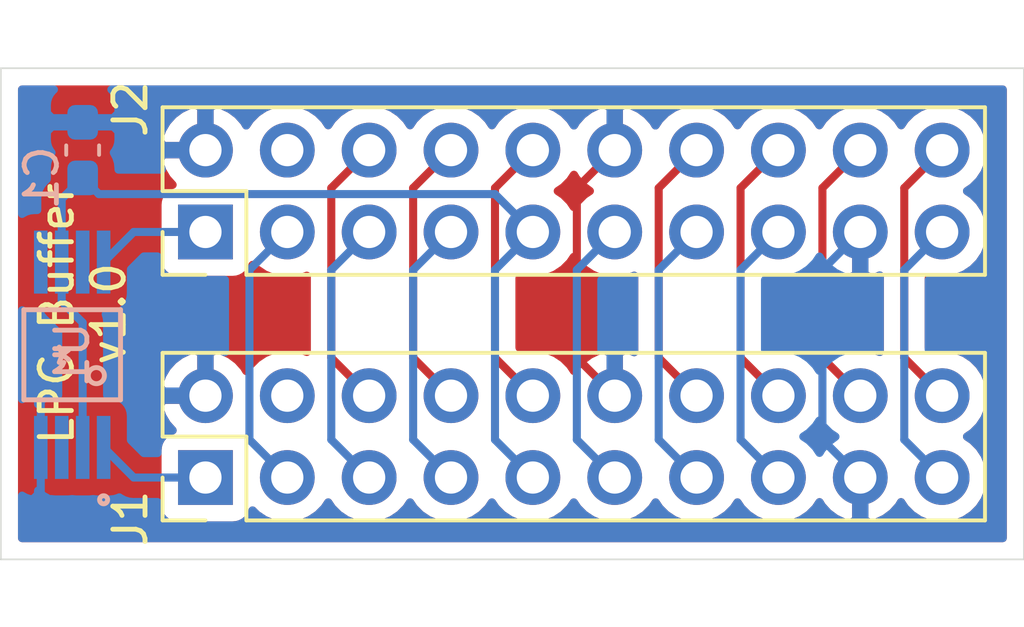
<source format=kicad_pcb>
(kicad_pcb (version 20171130) (host pcbnew 5.1.9)

  (general
    (thickness 1.6)
    (drawings 5)
    (tracks 65)
    (zones 0)
    (modules 4)
    (nets 24)
  )

  (page A4)
  (layers
    (0 F.Cu signal)
    (31 B.Cu signal)
    (32 B.Adhes user)
    (33 F.Adhes user)
    (34 B.Paste user)
    (35 F.Paste user)
    (36 B.SilkS user)
    (37 F.SilkS user)
    (38 B.Mask user)
    (39 F.Mask user)
    (40 Dwgs.User user)
    (41 Cmts.User user)
    (42 Eco1.User user)
    (43 Eco2.User user)
    (44 Edge.Cuts user)
    (45 Margin user)
    (46 B.CrtYd user)
    (47 F.CrtYd user)
    (48 B.Fab user)
    (49 F.Fab user)
  )

  (setup
    (last_trace_width 0.25)
    (trace_clearance 0.2)
    (zone_clearance 0.508)
    (zone_45_only no)
    (trace_min 0.1524)
    (via_size 0.8)
    (via_drill 0.4)
    (via_min_size 0.4)
    (via_min_drill 0.3)
    (uvia_size 0.3)
    (uvia_drill 0.1)
    (uvias_allowed no)
    (uvia_min_size 0.2)
    (uvia_min_drill 0.1)
    (edge_width 0.05)
    (segment_width 0.2)
    (pcb_text_width 0.3)
    (pcb_text_size 1.5 1.5)
    (mod_edge_width 0.12)
    (mod_text_size 1 1)
    (mod_text_width 0.15)
    (pad_size 1.7 1.7)
    (pad_drill 1)
    (pad_to_mask_clearance 0)
    (aux_axis_origin 0 0)
    (visible_elements FFFFFF7F)
    (pcbplotparams
      (layerselection 0x010fc_ffffffff)
      (usegerberextensions false)
      (usegerberattributes true)
      (usegerberadvancedattributes true)
      (creategerberjobfile true)
      (excludeedgelayer true)
      (linewidth 0.100000)
      (plotframeref false)
      (viasonmask false)
      (mode 1)
      (useauxorigin false)
      (hpglpennumber 1)
      (hpglpenspeed 20)
      (hpglpendiameter 15.000000)
      (psnegative false)
      (psa4output false)
      (plotreference true)
      (plotvalue true)
      (plotinvisibletext false)
      (padsonsilk false)
      (subtractmaskfromsilk false)
      (outputformat 1)
      (mirror false)
      (drillshape 0)
      (scaleselection 1)
      (outputdirectory "gerbers"))
  )

  (net 0 "")
  (net 1 GND)
  (net 2 +3V3)
  (net 3 +3.3VP)
  (net 4 /TPM_GPIO0)
  (net 5 /~WINDOW_OPEN~)
  (net 6 /~LPC_CLKRUN~)
  (net 7 /~LPC_SERIRQ~)
  (net 8 /LPC_SDA)
  (net 9 /LPC_SCL)
  (net 10 /LPC_AD0)
  (net 11 /LPC_AD1)
  (net 12 /LPC_AD2)
  (net 13 /LPC_AD3)
  (net 14 "Net-(J1-Pad6)")
  (net 15 /~LPC_RESET~)
  (net 16 "Net-(J1-Pad4)")
  (net 17 /~LPC_FRAME~)
  (net 18 /LPC_CLK)
  (net 19 "Net-(J2-Pad4)")
  (net 20 "Net-(J2-Pad1)")
  (net 21 "Net-(U1-Pad7)")
  (net 22 "Net-(U1-Pad5)")
  (net 23 "Net-(U1-Pad3)")

  (net_class Default "This is the default net class."
    (clearance 0.2)
    (trace_width 0.25)
    (via_dia 0.8)
    (via_drill 0.4)
    (uvia_dia 0.3)
    (uvia_drill 0.1)
    (add_net +3.3VP)
    (add_net +3V3)
    (add_net /LPC_AD0)
    (add_net /LPC_AD1)
    (add_net /LPC_AD2)
    (add_net /LPC_AD3)
    (add_net /LPC_CLK)
    (add_net /LPC_SCL)
    (add_net /LPC_SDA)
    (add_net /TPM_GPIO0)
    (add_net /~LPC_CLKRUN~)
    (add_net /~LPC_FRAME~)
    (add_net /~LPC_RESET~)
    (add_net /~LPC_SERIRQ~)
    (add_net /~WINDOW_OPEN~)
    (add_net GND)
    (add_net "Net-(J1-Pad4)")
    (add_net "Net-(J1-Pad6)")
    (add_net "Net-(J2-Pad1)")
    (add_net "Net-(J2-Pad4)")
    (add_net "Net-(U1-Pad3)")
    (add_net "Net-(U1-Pad5)")
    (add_net "Net-(U1-Pad7)")
  )

  (module Capacitor_SMD:C_0603_1608Metric_Pad1.08x0.95mm_HandSolder (layer B.Cu) (tedit 5F68FEEF) (tstamp 608F4AE2)
    (at 91.44 99.06 90)
    (descr "Capacitor SMD 0603 (1608 Metric), square (rectangular) end terminal, IPC_7351 nominal with elongated pad for handsoldering. (Body size source: IPC-SM-782 page 76, https://www.pcb-3d.com/wordpress/wp-content/uploads/ipc-sm-782a_amendment_1_and_2.pdf), generated with kicad-footprint-generator")
    (tags "capacitor handsolder")
    (path /6094435A)
    (attr smd)
    (fp_text reference C1 (at -0.8625 -1.27 270) (layer B.SilkS)
      (effects (font (size 1 1) (thickness 0.15)) (justify mirror))
    )
    (fp_text value 100nF (at 0 -2.54 90) (layer B.Fab) hide
      (effects (font (size 1 1) (thickness 0.15)) (justify mirror))
    )
    (fp_line (start 1.65 -0.73) (end -1.65 -0.73) (layer B.CrtYd) (width 0.05))
    (fp_line (start 1.65 0.73) (end 1.65 -0.73) (layer B.CrtYd) (width 0.05))
    (fp_line (start -1.65 0.73) (end 1.65 0.73) (layer B.CrtYd) (width 0.05))
    (fp_line (start -1.65 -0.73) (end -1.65 0.73) (layer B.CrtYd) (width 0.05))
    (fp_line (start -0.146267 -0.51) (end 0.146267 -0.51) (layer B.SilkS) (width 0.12))
    (fp_line (start -0.146267 0.51) (end 0.146267 0.51) (layer B.SilkS) (width 0.12))
    (fp_line (start 0.8 -0.4) (end -0.8 -0.4) (layer B.Fab) (width 0.1))
    (fp_line (start 0.8 0.4) (end 0.8 -0.4) (layer B.Fab) (width 0.1))
    (fp_line (start -0.8 0.4) (end 0.8 0.4) (layer B.Fab) (width 0.1))
    (fp_line (start -0.8 -0.4) (end -0.8 0.4) (layer B.Fab) (width 0.1))
    (fp_text user %R (at 0 0 90) (layer B.Fab)
      (effects (font (size 0.4 0.4) (thickness 0.06)) (justify mirror))
    )
    (pad 2 smd roundrect (at 0.8625 0 90) (size 1.075 0.95) (layers B.Cu B.Paste B.Mask) (roundrect_rratio 0.25)
      (net 1 GND))
    (pad 1 smd roundrect (at -0.8625 0 90) (size 1.075 0.95) (layers B.Cu B.Paste B.Mask) (roundrect_rratio 0.25)
      (net 3 +3.3VP))
    (model ${KISYS3DMOD}/Capacitor_SMD.3dshapes/C_0603_1608Metric.wrl
      (at (xyz 0 0 0))
      (scale (xyz 1 1 1))
      (rotate (xyz 0 0 0))
    )
  )

  (module parts:LMK1C1102PWR (layer B.Cu) (tedit 0) (tstamp 608F1FDC)
    (at 91.114999 105.41 90)
    (path /608E3B8E)
    (fp_text reference U1 (at 0 0 270) (layer B.SilkS)
      (effects (font (size 1 1) (thickness 0.15)) (justify mirror))
    )
    (fp_text value LMK1C1102PWR (at 0 0 270) (layer B.SilkS) hide
      (effects (font (size 1 1) (thickness 0.15)) (justify mirror))
    )
    (fp_line (start -2.200001 -1.5) (end -2.200001 1.5) (layer B.Fab) (width 0.1524))
    (fp_line (start -2.200001 -1.5) (end 2.200001 -1.5) (layer B.Fab) (width 0.1524))
    (fp_line (start 2.200001 -1.5) (end 2.200001 1.5) (layer B.Fab) (width 0.1524))
    (fp_line (start -2.200001 1.5) (end 2.200001 1.5) (layer B.Fab) (width 0.1524))
    (fp_line (start -1.397668 -1.5) (end -1.397668 1.5) (layer B.SilkS) (width 0.1524))
    (fp_line (start -1.397668 -1.5) (end 1.397668 -1.5) (layer B.SilkS) (width 0.1524))
    (fp_line (start 1.397668 -1.5) (end 1.397668 1.5) (layer B.SilkS) (width 0.1524))
    (fp_line (start -1.397668 1.5) (end 1.397668 1.5) (layer B.SilkS) (width 0.1524))
    (fp_circle (center -4.500001 0.974999) (end -4.375 0.974999) (layer B.SilkS) (width 0.1524))
    (fp_circle (center -0.647667 0.750001) (end -0.397667 0.750001) (layer B.SilkS) (width 0.1524))
    (fp_text user * (at 0 0 270) (layer B.SilkS)
      (effects (font (size 1 1) (thickness 0.15)) (justify mirror))
    )
    (fp_text user * (at 0 0 270) (layer B.Fab)
      (effects (font (size 1 1) (thickness 0.15)) (justify mirror))
    )
    (fp_text user .Designator (at 0.049985 0.216596 270) (layer B.Fab)
      (effects (font (size 1 1) (thickness 0.15)) (justify mirror))
    )
    (fp_text user Designator9 (at -4.572 3.0226 270) (layer B.SilkS) hide
      (effects (font (size 1 1) (thickness 0.15)) (justify mirror))
    )
    (pad 1 smd rect (at -2.875384 0.974999 90) (size 1.955432 0.420766) (layers B.Cu B.Paste B.Mask)
      (net 18 /LPC_CLK))
    (pad 2 smd rect (at -2.875384 0.325001 90) (size 1.955432 0.420766) (layers B.Cu B.Paste B.Mask)
      (net 3 +3.3VP))
    (pad 3 smd rect (at -2.875384 -0.325001 90) (size 1.955432 0.420766) (layers B.Cu B.Paste B.Mask)
      (net 23 "Net-(U1-Pad3)"))
    (pad 4 smd rect (at -2.875384 -0.974999 90) (size 1.955432 0.420766) (layers B.Cu B.Paste B.Mask)
      (net 1 GND))
    (pad 5 smd rect (at 2.875384 -0.974999 90) (size 1.955432 0.420766) (layers B.Cu B.Paste B.Mask)
      (net 22 "Net-(U1-Pad5)"))
    (pad 6 smd rect (at 2.875384 -0.325001 90) (size 1.955432 0.420766) (layers B.Cu B.Paste B.Mask)
      (net 3 +3.3VP))
    (pad 7 smd rect (at 2.875384 0.325001 90) (size 1.955432 0.420766) (layers B.Cu B.Paste B.Mask)
      (net 21 "Net-(U1-Pad7)"))
    (pad 8 smd rect (at 2.875384 0.974999 90) (size 1.955432 0.420766) (layers B.Cu B.Paste B.Mask)
      (net 20 "Net-(J2-Pad1)"))
  )

  (module Connector_PinHeader_2.54mm:PinHeader_2x10_P2.54mm_Vertical (layer F.Cu) (tedit 59FED5CC) (tstamp 608F1CCC)
    (at 95.25 101.6 90)
    (descr "Through hole straight pin header, 2x10, 2.54mm pitch, double rows")
    (tags "Through hole pin header THT 2x10 2.54mm double row")
    (path /608993DA)
    (fp_text reference J2 (at 3.81 -2.33 90) (layer F.SilkS)
      (effects (font (size 1 1) (thickness 0.15)))
    )
    (fp_text value SBH11-PBPC-D10-ST-BK (at 6.35 6.35 180) (layer F.Fab)
      (effects (font (size 1 1) (thickness 0.15)))
    )
    (fp_line (start 4.35 -1.8) (end -1.8 -1.8) (layer F.CrtYd) (width 0.05))
    (fp_line (start 4.35 24.65) (end 4.35 -1.8) (layer F.CrtYd) (width 0.05))
    (fp_line (start -1.8 24.65) (end 4.35 24.65) (layer F.CrtYd) (width 0.05))
    (fp_line (start -1.8 -1.8) (end -1.8 24.65) (layer F.CrtYd) (width 0.05))
    (fp_line (start -1.33 -1.33) (end 0 -1.33) (layer F.SilkS) (width 0.12))
    (fp_line (start -1.33 0) (end -1.33 -1.33) (layer F.SilkS) (width 0.12))
    (fp_line (start 1.27 -1.33) (end 3.87 -1.33) (layer F.SilkS) (width 0.12))
    (fp_line (start 1.27 1.27) (end 1.27 -1.33) (layer F.SilkS) (width 0.12))
    (fp_line (start -1.33 1.27) (end 1.27 1.27) (layer F.SilkS) (width 0.12))
    (fp_line (start 3.87 -1.33) (end 3.87 24.19) (layer F.SilkS) (width 0.12))
    (fp_line (start -1.33 1.27) (end -1.33 24.19) (layer F.SilkS) (width 0.12))
    (fp_line (start -1.33 24.19) (end 3.87 24.19) (layer F.SilkS) (width 0.12))
    (fp_line (start -1.27 0) (end 0 -1.27) (layer F.Fab) (width 0.1))
    (fp_line (start -1.27 24.13) (end -1.27 0) (layer F.Fab) (width 0.1))
    (fp_line (start 3.81 24.13) (end -1.27 24.13) (layer F.Fab) (width 0.1))
    (fp_line (start 3.81 -1.27) (end 3.81 24.13) (layer F.Fab) (width 0.1))
    (fp_line (start 0 -1.27) (end 3.81 -1.27) (layer F.Fab) (width 0.1))
    (fp_text user %R (at 1.27 11.43) (layer F.Fab)
      (effects (font (size 1 1) (thickness 0.15)))
    )
    (pad 20 thru_hole oval (at 2.54 22.86 90) (size 1.7 1.7) (drill 1) (layers *.Cu *.Mask)
      (net 4 /TPM_GPIO0))
    (pad 19 thru_hole oval (at 0 22.86 90) (size 1.7 1.7) (drill 1) (layers *.Cu *.Mask)
      (net 5 /~WINDOW_OPEN~))
    (pad 18 thru_hole oval (at 2.54 20.32 90) (size 1.7 1.7) (drill 1) (layers *.Cu *.Mask)
      (net 6 /~LPC_CLKRUN~))
    (pad 17 thru_hole oval (at 0 20.32 90) (size 1.7 1.7) (drill 1) (layers *.Cu *.Mask)
      (net 1 GND))
    (pad 16 thru_hole oval (at 2.54 17.78 90) (size 1.7 1.7) (drill 1) (layers *.Cu *.Mask)
      (net 7 /~LPC_SERIRQ~))
    (pad 15 thru_hole oval (at 0 17.78 90) (size 1.7 1.7) (drill 1) (layers *.Cu *.Mask)
      (net 2 +3V3))
    (pad 14 thru_hole oval (at 2.54 15.24 90) (size 1.7 1.7) (drill 1) (layers *.Cu *.Mask)
      (net 8 /LPC_SDA))
    (pad 13 thru_hole oval (at 0 15.24 90) (size 1.7 1.7) (drill 1) (layers *.Cu *.Mask)
      (net 9 /LPC_SCL))
    (pad 12 thru_hole oval (at 2.54 12.7 90) (size 1.7 1.7) (drill 1) (layers *.Cu *.Mask)
      (net 1 GND))
    (pad 11 thru_hole oval (at 0 12.7 90) (size 1.7 1.7) (drill 1) (layers *.Cu *.Mask)
      (net 10 /LPC_AD0))
    (pad 10 thru_hole oval (at 2.54 10.16 90) (size 1.7 1.7) (drill 1) (layers *.Cu *.Mask)
      (net 11 /LPC_AD1))
    (pad 9 thru_hole oval (at 0 10.16 90) (size 1.7 1.7) (drill 1) (layers *.Cu *.Mask)
      (net 3 +3.3VP))
    (pad 8 thru_hole oval (at 2.54 7.62 90) (size 1.7 1.7) (drill 1) (layers *.Cu *.Mask)
      (net 12 /LPC_AD2))
    (pad 7 thru_hole oval (at 0 7.62 90) (size 1.7 1.7) (drill 1) (layers *.Cu *.Mask)
      (net 13 /LPC_AD3))
    (pad 6 thru_hole oval (at 2.54 5.08 90) (size 1.7 1.7) (drill 1) (layers *.Cu *.Mask)
      (net 14 "Net-(J1-Pad6)"))
    (pad 5 thru_hole oval (at 0 5.08 90) (size 1.7 1.7) (drill 1) (layers *.Cu *.Mask)
      (net 15 /~LPC_RESET~))
    (pad 4 thru_hole oval (at 2.54 2.54 90) (size 1.7 1.7) (drill 1) (layers *.Cu *.Mask)
      (net 19 "Net-(J2-Pad4)"))
    (pad 3 thru_hole oval (at 0 2.54 90) (size 1.7 1.7) (drill 1) (layers *.Cu *.Mask)
      (net 17 /~LPC_FRAME~))
    (pad 2 thru_hole oval (at 2.54 0 90) (size 1.7 1.7) (drill 1) (layers *.Cu *.Mask)
      (net 1 GND))
    (pad 1 thru_hole rect (at 0 0 90) (size 1.7 1.7) (drill 1) (layers *.Cu *.Mask)
      (net 20 "Net-(J2-Pad1)"))
    (model ${KISYS3DMOD}/Connector_PinHeader_2.54mm.3dshapes/PinHeader_2x10_P2.54mm_Vertical.wrl
      (at (xyz 0 0 0))
      (scale (xyz 1 1 1))
      (rotate (xyz 0 0 0))
    )
  )

  (module Connector_PinHeader_2.54mm:PinHeader_2x10_P2.54mm_Vertical (layer F.Cu) (tedit 59FED5CC) (tstamp 608F2235)
    (at 95.25 109.22 90)
    (descr "Through hole straight pin header, 2x10, 2.54mm pitch, double rows")
    (tags "Through hole pin header THT 2x10 2.54mm double row")
    (path /608855BC)
    (fp_text reference J1 (at -1.27 -2.33 90) (layer F.SilkS)
      (effects (font (size 1 1) (thickness 0.15)))
    )
    (fp_text value PPPC102LFBN-RC (at -3.81 2.54) (layer F.Fab)
      (effects (font (size 1 1) (thickness 0.15)))
    )
    (fp_line (start 4.35 -1.8) (end -1.8 -1.8) (layer F.CrtYd) (width 0.05))
    (fp_line (start 4.35 24.65) (end 4.35 -1.8) (layer F.CrtYd) (width 0.05))
    (fp_line (start -1.8 24.65) (end 4.35 24.65) (layer F.CrtYd) (width 0.05))
    (fp_line (start -1.8 -1.8) (end -1.8 24.65) (layer F.CrtYd) (width 0.05))
    (fp_line (start -1.33 -1.33) (end 0 -1.33) (layer F.SilkS) (width 0.12))
    (fp_line (start -1.33 0) (end -1.33 -1.33) (layer F.SilkS) (width 0.12))
    (fp_line (start 1.27 -1.33) (end 3.87 -1.33) (layer F.SilkS) (width 0.12))
    (fp_line (start 1.27 1.27) (end 1.27 -1.33) (layer F.SilkS) (width 0.12))
    (fp_line (start -1.33 1.27) (end 1.27 1.27) (layer F.SilkS) (width 0.12))
    (fp_line (start 3.87 -1.33) (end 3.87 24.19) (layer F.SilkS) (width 0.12))
    (fp_line (start -1.33 1.27) (end -1.33 24.19) (layer F.SilkS) (width 0.12))
    (fp_line (start -1.33 24.19) (end 3.87 24.19) (layer F.SilkS) (width 0.12))
    (fp_line (start -1.27 0) (end 0 -1.27) (layer F.Fab) (width 0.1))
    (fp_line (start -1.27 24.13) (end -1.27 0) (layer F.Fab) (width 0.1))
    (fp_line (start 3.81 24.13) (end -1.27 24.13) (layer F.Fab) (width 0.1))
    (fp_line (start 3.81 -1.27) (end 3.81 24.13) (layer F.Fab) (width 0.1))
    (fp_line (start 0 -1.27) (end 3.81 -1.27) (layer F.Fab) (width 0.1))
    (fp_text user %R (at 1.27 11.43) (layer F.Fab)
      (effects (font (size 1 1) (thickness 0.15)))
    )
    (pad 20 thru_hole oval (at 2.54 22.86 90) (size 1.7 1.7) (drill 1) (layers *.Cu *.Mask)
      (net 4 /TPM_GPIO0))
    (pad 19 thru_hole oval (at 0 22.86 90) (size 1.7 1.7) (drill 1) (layers *.Cu *.Mask)
      (net 5 /~WINDOW_OPEN~))
    (pad 18 thru_hole oval (at 2.54 20.32 90) (size 1.7 1.7) (drill 1) (layers *.Cu *.Mask)
      (net 6 /~LPC_CLKRUN~))
    (pad 17 thru_hole oval (at 0 20.32 90) (size 1.7 1.7) (drill 1) (layers *.Cu *.Mask)
      (net 1 GND))
    (pad 16 thru_hole oval (at 2.54 17.78 90) (size 1.7 1.7) (drill 1) (layers *.Cu *.Mask)
      (net 7 /~LPC_SERIRQ~))
    (pad 15 thru_hole oval (at 0 17.78 90) (size 1.7 1.7) (drill 1) (layers *.Cu *.Mask)
      (net 2 +3V3))
    (pad 14 thru_hole oval (at 2.54 15.24 90) (size 1.7 1.7) (drill 1) (layers *.Cu *.Mask)
      (net 8 /LPC_SDA))
    (pad 13 thru_hole oval (at 0 15.24 90) (size 1.7 1.7) (drill 1) (layers *.Cu *.Mask)
      (net 9 /LPC_SCL))
    (pad 12 thru_hole oval (at 2.54 12.7 90) (size 1.7 1.7) (drill 1) (layers *.Cu *.Mask)
      (net 1 GND))
    (pad 11 thru_hole oval (at 0 12.7 90) (size 1.7 1.7) (drill 1) (layers *.Cu *.Mask)
      (net 10 /LPC_AD0))
    (pad 10 thru_hole oval (at 2.54 10.16 90) (size 1.7 1.7) (drill 1) (layers *.Cu *.Mask)
      (net 11 /LPC_AD1))
    (pad 9 thru_hole oval (at 0 10.16 90) (size 1.7 1.7) (drill 1) (layers *.Cu *.Mask)
      (net 3 +3.3VP))
    (pad 8 thru_hole oval (at 2.54 7.62 90) (size 1.7 1.7) (drill 1) (layers *.Cu *.Mask)
      (net 12 /LPC_AD2))
    (pad 7 thru_hole oval (at 0 7.62 90) (size 1.7 1.7) (drill 1) (layers *.Cu *.Mask)
      (net 13 /LPC_AD3))
    (pad 6 thru_hole oval (at 2.54 5.08 90) (size 1.7 1.7) (drill 1) (layers *.Cu *.Mask)
      (net 14 "Net-(J1-Pad6)"))
    (pad 5 thru_hole oval (at 0 5.08 90) (size 1.7 1.7) (drill 1) (layers *.Cu *.Mask)
      (net 15 /~LPC_RESET~))
    (pad 4 thru_hole oval (at 2.54 2.54 90) (size 1.7 1.7) (drill 1) (layers *.Cu *.Mask)
      (net 16 "Net-(J1-Pad4)"))
    (pad 3 thru_hole oval (at 0 2.54 90) (size 1.7 1.7) (drill 1) (layers *.Cu *.Mask)
      (net 17 /~LPC_FRAME~))
    (pad 2 thru_hole oval (at 2.54 0 90) (size 1.7 1.7) (drill 1) (layers *.Cu *.Mask)
      (net 1 GND))
    (pad 1 thru_hole rect (at 0 0 90) (size 1.7 1.7) (drill 1) (layers *.Cu *.Mask)
      (net 18 /LPC_CLK))
    (model ${KISYS3DMOD}/Connector_PinHeader_2.54mm.3dshapes/PinHeader_2x10_P2.54mm_Vertical.wrl
      (at (xyz 0 0 0))
      (scale (xyz 1 1 1))
      (rotate (xyz 0 0 0))
    )
  )

  (gr_text "LPC Buffer\nv1.0" (at 91.44 104.14 90) (layer F.SilkS)
    (effects (font (size 1 1) (thickness 0.15)))
  )
  (gr_line (start 88.9 96.52) (end 88.9 111.76) (layer Edge.Cuts) (width 0.05) (tstamp 6018B60C))
  (gr_line (start 120.65 96.52) (end 88.9 96.52) (layer Edge.Cuts) (width 0.05))
  (gr_line (start 120.65 111.76) (end 120.65 96.52) (layer Edge.Cuts) (width 0.05))
  (gr_line (start 88.9 111.76) (end 120.65 111.76) (layer Edge.Cuts) (width 0.05))

  (segment (start 106.774999 105.504999) (end 107.95 106.68) (width 0.25) (layer F.Cu) (net 1))
  (segment (start 106.774999 100.235001) (end 106.774999 105.504999) (width 0.25) (layer F.Cu) (net 1))
  (segment (start 107.95 99.06) (end 106.774999 100.235001) (width 0.25) (layer F.Cu) (net 1))
  (segment (start 114.394999 108.044999) (end 115.57 109.22) (width 0.25) (layer B.Cu) (net 1))
  (segment (start 114.394999 102.775001) (end 114.394999 108.044999) (width 0.25) (layer B.Cu) (net 1))
  (segment (start 115.57 101.6) (end 114.394999 102.775001) (width 0.25) (layer B.Cu) (net 1))
  (segment (start 90.14 108.285384) (end 90.14 105.44) (width 0.25) (layer B.Cu) (net 1))
  (segment (start 90.14 108.285384) (end 90.14 110.46) (width 0.25) (layer B.Cu) (net 1))
  (segment (start 111.854999 108.044999) (end 113.03 109.22) (width 0.25) (layer B.Cu) (net 2))
  (segment (start 111.854999 102.775001) (end 111.854999 108.044999) (width 0.25) (layer B.Cu) (net 2))
  (segment (start 113.03 101.6) (end 111.854999 102.775001) (width 0.25) (layer B.Cu) (net 2))
  (segment (start 91.44 104.412334) (end 91.44 108.285384) (width 0.25) (layer B.Cu) (net 3))
  (segment (start 90.789998 103.762332) (end 91.44 104.412334) (width 0.25) (layer B.Cu) (net 3))
  (segment (start 90.789998 102.534616) (end 90.789998 103.762332) (width 0.25) (layer B.Cu) (net 3))
  (segment (start 104.234999 108.044999) (end 105.41 109.22) (width 0.25) (layer B.Cu) (net 3))
  (segment (start 104.234999 102.775001) (end 104.234999 108.044999) (width 0.25) (layer B.Cu) (net 3))
  (segment (start 105.41 101.6) (end 104.234999 102.775001) (width 0.25) (layer B.Cu) (net 3))
  (segment (start 90.789998 100.572502) (end 90.789998 102.534616) (width 0.25) (layer B.Cu) (net 3))
  (segment (start 91.44 99.9225) (end 90.789998 100.572502) (width 0.25) (layer B.Cu) (net 3))
  (segment (start 91.942499 100.424999) (end 91.44 99.9225) (width 0.25) (layer B.Cu) (net 3))
  (segment (start 104.234999 100.424999) (end 91.942499 100.424999) (width 0.25) (layer B.Cu) (net 3))
  (segment (start 105.41 101.6) (end 104.234999 100.424999) (width 0.25) (layer B.Cu) (net 3))
  (segment (start 116.934999 105.504999) (end 118.11 106.68) (width 0.25) (layer F.Cu) (net 4))
  (segment (start 116.934999 100.235001) (end 116.934999 105.504999) (width 0.25) (layer F.Cu) (net 4))
  (segment (start 118.11 99.06) (end 116.934999 100.235001) (width 0.25) (layer F.Cu) (net 4))
  (segment (start 116.934999 102.775001) (end 116.934999 108.044999) (width 0.25) (layer B.Cu) (net 5))
  (segment (start 116.934999 108.044999) (end 118.11 109.22) (width 0.25) (layer B.Cu) (net 5))
  (segment (start 118.11 101.6) (end 116.934999 102.775001) (width 0.25) (layer B.Cu) (net 5))
  (segment (start 114.394999 105.504999) (end 115.57 106.68) (width 0.25) (layer F.Cu) (net 6))
  (segment (start 114.394999 100.235001) (end 114.394999 105.504999) (width 0.25) (layer F.Cu) (net 6))
  (segment (start 115.57 99.06) (end 114.394999 100.235001) (width 0.25) (layer F.Cu) (net 6))
  (segment (start 111.854999 105.504999) (end 113.03 106.68) (width 0.25) (layer F.Cu) (net 7))
  (segment (start 111.854999 100.235001) (end 111.854999 105.504999) (width 0.25) (layer F.Cu) (net 7))
  (segment (start 113.03 99.06) (end 111.854999 100.235001) (width 0.25) (layer F.Cu) (net 7))
  (segment (start 109.314999 105.504999) (end 110.49 106.68) (width 0.25) (layer F.Cu) (net 8))
  (segment (start 109.314999 100.235001) (end 109.314999 105.504999) (width 0.25) (layer F.Cu) (net 8))
  (segment (start 110.49 99.06) (end 109.314999 100.235001) (width 0.25) (layer F.Cu) (net 8))
  (segment (start 109.314999 108.044999) (end 110.49 109.22) (width 0.25) (layer B.Cu) (net 9))
  (segment (start 109.314999 102.775001) (end 109.314999 108.044999) (width 0.25) (layer B.Cu) (net 9))
  (segment (start 110.49 101.6) (end 109.314999 102.775001) (width 0.25) (layer B.Cu) (net 9))
  (segment (start 106.774999 108.044999) (end 107.95 109.22) (width 0.25) (layer B.Cu) (net 10))
  (segment (start 106.774999 102.775001) (end 106.774999 108.044999) (width 0.25) (layer B.Cu) (net 10))
  (segment (start 107.95 101.6) (end 106.774999 102.775001) (width 0.25) (layer B.Cu) (net 10))
  (segment (start 104.234999 100.235001) (end 104.234999 105.504999) (width 0.25) (layer F.Cu) (net 11))
  (segment (start 104.234999 105.504999) (end 105.41 106.68) (width 0.25) (layer F.Cu) (net 11))
  (segment (start 105.41 99.06) (end 104.234999 100.235001) (width 0.25) (layer F.Cu) (net 11))
  (segment (start 101.694999 105.504999) (end 102.87 106.68) (width 0.25) (layer F.Cu) (net 12))
  (segment (start 101.694999 100.235001) (end 101.694999 105.504999) (width 0.25) (layer F.Cu) (net 12))
  (segment (start 102.87 99.06) (end 101.694999 100.235001) (width 0.25) (layer F.Cu) (net 12))
  (segment (start 101.694999 108.044999) (end 102.87 109.22) (width 0.25) (layer B.Cu) (net 13))
  (segment (start 101.694999 102.775001) (end 101.694999 108.044999) (width 0.25) (layer B.Cu) (net 13))
  (segment (start 102.87 101.6) (end 101.694999 102.775001) (width 0.25) (layer B.Cu) (net 13))
  (segment (start 99.154999 105.504999) (end 100.33 106.68) (width 0.25) (layer F.Cu) (net 14))
  (segment (start 99.154999 100.235001) (end 99.154999 105.504999) (width 0.25) (layer F.Cu) (net 14))
  (segment (start 100.33 99.06) (end 99.154999 100.235001) (width 0.25) (layer F.Cu) (net 14))
  (segment (start 99.154999 108.044999) (end 100.33 109.22) (width 0.25) (layer B.Cu) (net 15))
  (segment (start 99.154999 102.775001) (end 99.154999 108.044999) (width 0.25) (layer B.Cu) (net 15))
  (segment (start 100.33 101.6) (end 99.154999 102.775001) (width 0.25) (layer B.Cu) (net 15))
  (segment (start 96.614999 102.775001) (end 96.614999 108.044999) (width 0.25) (layer B.Cu) (net 17))
  (segment (start 96.614999 108.044999) (end 97.79 109.22) (width 0.25) (layer B.Cu) (net 17))
  (segment (start 97.79 101.6) (end 96.614999 102.775001) (width 0.25) (layer B.Cu) (net 17))
  (segment (start 93.024614 109.22) (end 92.089998 108.285384) (width 0.25) (layer B.Cu) (net 18))
  (segment (start 95.25 109.22) (end 93.024614 109.22) (width 0.25) (layer B.Cu) (net 18))
  (segment (start 93.024614 101.6) (end 92.089998 102.534616) (width 0.25) (layer B.Cu) (net 20))
  (segment (start 95.25 101.6) (end 93.024614 101.6) (width 0.25) (layer B.Cu) (net 20))

  (zone (net 1) (net_name GND) (layer F.Cu) (tstamp 601AD92A) (hatch edge 0.508)
    (connect_pads (clearance 0.508))
    (min_thickness 0.254)
    (fill yes (arc_segments 32) (thermal_gap 0.508) (thermal_bridge_width 0.508))
    (polygon
      (pts
        (xy 120.65 96.52) (xy 120.65 111.76) (xy 88.9 111.76) (xy 88.9 96.52)
      )
    )
    (filled_polygon
      (pts
        (xy 119.99 111.1) (xy 89.56 111.1) (xy 89.56 106.323109) (xy 93.808519 106.323109) (xy 93.929186 106.553)
        (xy 95.123 106.553) (xy 95.123 105.359845) (xy 94.89311 105.238524) (xy 94.745901 105.283175) (xy 94.48308 105.408359)
        (xy 94.249731 105.582412) (xy 94.054822 105.798645) (xy 93.905843 106.048748) (xy 93.808519 106.323109) (xy 89.56 106.323109)
        (xy 89.56 100.75) (xy 93.761928 100.75) (xy 93.761928 102.45) (xy 93.774188 102.574482) (xy 93.810498 102.69418)
        (xy 93.869463 102.804494) (xy 93.948815 102.901185) (xy 94.045506 102.980537) (xy 94.15582 103.039502) (xy 94.275518 103.075812)
        (xy 94.4 103.088072) (xy 96.1 103.088072) (xy 96.224482 103.075812) (xy 96.34418 103.039502) (xy 96.454494 102.980537)
        (xy 96.551185 102.901185) (xy 96.630537 102.804494) (xy 96.689502 102.69418) (xy 96.711513 102.62162) (xy 96.843368 102.753475)
        (xy 97.086589 102.91599) (xy 97.356842 103.027932) (xy 97.64374 103.085) (xy 97.93626 103.085) (xy 98.223158 103.027932)
        (xy 98.395 102.956753) (xy 98.395 105.323247) (xy 98.223158 105.252068) (xy 97.93626 105.195) (xy 97.64374 105.195)
        (xy 97.356842 105.252068) (xy 97.086589 105.36401) (xy 96.843368 105.526525) (xy 96.636525 105.733368) (xy 96.514805 105.915534)
        (xy 96.445178 105.798645) (xy 96.250269 105.582412) (xy 96.01692 105.408359) (xy 95.754099 105.283175) (xy 95.60689 105.238524)
        (xy 95.377 105.359845) (xy 95.377 106.553) (xy 95.397 106.553) (xy 95.397 106.807) (xy 95.377 106.807)
        (xy 95.377 106.827) (xy 95.123 106.827) (xy 95.123 106.807) (xy 93.929186 106.807) (xy 93.808519 107.036891)
        (xy 93.905843 107.311252) (xy 94.054822 107.561355) (xy 94.231626 107.757502) (xy 94.15582 107.780498) (xy 94.045506 107.839463)
        (xy 93.948815 107.918815) (xy 93.869463 108.015506) (xy 93.810498 108.12582) (xy 93.774188 108.245518) (xy 93.761928 108.37)
        (xy 93.761928 110.07) (xy 93.774188 110.194482) (xy 93.810498 110.31418) (xy 93.869463 110.424494) (xy 93.948815 110.521185)
        (xy 94.045506 110.600537) (xy 94.15582 110.659502) (xy 94.275518 110.695812) (xy 94.4 110.708072) (xy 96.1 110.708072)
        (xy 96.224482 110.695812) (xy 96.34418 110.659502) (xy 96.454494 110.600537) (xy 96.551185 110.521185) (xy 96.630537 110.424494)
        (xy 96.689502 110.31418) (xy 96.711513 110.24162) (xy 96.843368 110.373475) (xy 97.086589 110.53599) (xy 97.356842 110.647932)
        (xy 97.64374 110.705) (xy 97.93626 110.705) (xy 98.223158 110.647932) (xy 98.493411 110.53599) (xy 98.736632 110.373475)
        (xy 98.943475 110.166632) (xy 99.06 109.99224) (xy 99.176525 110.166632) (xy 99.383368 110.373475) (xy 99.626589 110.53599)
        (xy 99.896842 110.647932) (xy 100.18374 110.705) (xy 100.47626 110.705) (xy 100.763158 110.647932) (xy 101.033411 110.53599)
        (xy 101.276632 110.373475) (xy 101.483475 110.166632) (xy 101.6 109.99224) (xy 101.716525 110.166632) (xy 101.923368 110.373475)
        (xy 102.166589 110.53599) (xy 102.436842 110.647932) (xy 102.72374 110.705) (xy 103.01626 110.705) (xy 103.303158 110.647932)
        (xy 103.573411 110.53599) (xy 103.816632 110.373475) (xy 104.023475 110.166632) (xy 104.14 109.99224) (xy 104.256525 110.166632)
        (xy 104.463368 110.373475) (xy 104.706589 110.53599) (xy 104.976842 110.647932) (xy 105.26374 110.705) (xy 105.55626 110.705)
        (xy 105.843158 110.647932) (xy 106.113411 110.53599) (xy 106.356632 110.373475) (xy 106.563475 110.166632) (xy 106.68 109.99224)
        (xy 106.796525 110.166632) (xy 107.003368 110.373475) (xy 107.246589 110.53599) (xy 107.516842 110.647932) (xy 107.80374 110.705)
        (xy 108.09626 110.705) (xy 108.383158 110.647932) (xy 108.653411 110.53599) (xy 108.896632 110.373475) (xy 109.103475 110.166632)
        (xy 109.22 109.99224) (xy 109.336525 110.166632) (xy 109.543368 110.373475) (xy 109.786589 110.53599) (xy 110.056842 110.647932)
        (xy 110.34374 110.705) (xy 110.63626 110.705) (xy 110.923158 110.647932) (xy 111.193411 110.53599) (xy 111.436632 110.373475)
        (xy 111.643475 110.166632) (xy 111.76 109.99224) (xy 111.876525 110.166632) (xy 112.083368 110.373475) (xy 112.326589 110.53599)
        (xy 112.596842 110.647932) (xy 112.88374 110.705) (xy 113.17626 110.705) (xy 113.463158 110.647932) (xy 113.733411 110.53599)
        (xy 113.976632 110.373475) (xy 114.183475 110.166632) (xy 114.305195 109.984466) (xy 114.374822 110.101355) (xy 114.569731 110.317588)
        (xy 114.80308 110.491641) (xy 115.065901 110.616825) (xy 115.21311 110.661476) (xy 115.443 110.540155) (xy 115.443 109.347)
        (xy 115.423 109.347) (xy 115.423 109.093) (xy 115.443 109.093) (xy 115.443 109.073) (xy 115.697 109.073)
        (xy 115.697 109.093) (xy 115.717 109.093) (xy 115.717 109.347) (xy 115.697 109.347) (xy 115.697 110.540155)
        (xy 115.92689 110.661476) (xy 116.074099 110.616825) (xy 116.33692 110.491641) (xy 116.570269 110.317588) (xy 116.765178 110.101355)
        (xy 116.834805 109.984466) (xy 116.956525 110.166632) (xy 117.163368 110.373475) (xy 117.406589 110.53599) (xy 117.676842 110.647932)
        (xy 117.96374 110.705) (xy 118.25626 110.705) (xy 118.543158 110.647932) (xy 118.813411 110.53599) (xy 119.056632 110.373475)
        (xy 119.263475 110.166632) (xy 119.42599 109.923411) (xy 119.537932 109.653158) (xy 119.595 109.36626) (xy 119.595 109.07374)
        (xy 119.537932 108.786842) (xy 119.42599 108.516589) (xy 119.263475 108.273368) (xy 119.056632 108.066525) (xy 118.88224 107.95)
        (xy 119.056632 107.833475) (xy 119.263475 107.626632) (xy 119.42599 107.383411) (xy 119.537932 107.113158) (xy 119.595 106.82626)
        (xy 119.595 106.53374) (xy 119.537932 106.246842) (xy 119.42599 105.976589) (xy 119.263475 105.733368) (xy 119.056632 105.526525)
        (xy 118.813411 105.36401) (xy 118.543158 105.252068) (xy 118.25626 105.195) (xy 117.96374 105.195) (xy 117.743592 105.238791)
        (xy 117.694999 105.190198) (xy 117.694999 103.031544) (xy 117.96374 103.085) (xy 118.25626 103.085) (xy 118.543158 103.027932)
        (xy 118.813411 102.91599) (xy 119.056632 102.753475) (xy 119.263475 102.546632) (xy 119.42599 102.303411) (xy 119.537932 102.033158)
        (xy 119.595 101.74626) (xy 119.595 101.45374) (xy 119.537932 101.166842) (xy 119.42599 100.896589) (xy 119.263475 100.653368)
        (xy 119.056632 100.446525) (xy 118.88224 100.33) (xy 119.056632 100.213475) (xy 119.263475 100.006632) (xy 119.42599 99.763411)
        (xy 119.537932 99.493158) (xy 119.595 99.20626) (xy 119.595 98.91374) (xy 119.537932 98.626842) (xy 119.42599 98.356589)
        (xy 119.263475 98.113368) (xy 119.056632 97.906525) (xy 118.813411 97.74401) (xy 118.543158 97.632068) (xy 118.25626 97.575)
        (xy 117.96374 97.575) (xy 117.676842 97.632068) (xy 117.406589 97.74401) (xy 117.163368 97.906525) (xy 116.956525 98.113368)
        (xy 116.84 98.28776) (xy 116.723475 98.113368) (xy 116.516632 97.906525) (xy 116.273411 97.74401) (xy 116.003158 97.632068)
        (xy 115.71626 97.575) (xy 115.42374 97.575) (xy 115.136842 97.632068) (xy 114.866589 97.74401) (xy 114.623368 97.906525)
        (xy 114.416525 98.113368) (xy 114.3 98.28776) (xy 114.183475 98.113368) (xy 113.976632 97.906525) (xy 113.733411 97.74401)
        (xy 113.463158 97.632068) (xy 113.17626 97.575) (xy 112.88374 97.575) (xy 112.596842 97.632068) (xy 112.326589 97.74401)
        (xy 112.083368 97.906525) (xy 111.876525 98.113368) (xy 111.76 98.28776) (xy 111.643475 98.113368) (xy 111.436632 97.906525)
        (xy 111.193411 97.74401) (xy 110.923158 97.632068) (xy 110.63626 97.575) (xy 110.34374 97.575) (xy 110.056842 97.632068)
        (xy 109.786589 97.74401) (xy 109.543368 97.906525) (xy 109.336525 98.113368) (xy 109.214805 98.295534) (xy 109.145178 98.178645)
        (xy 108.950269 97.962412) (xy 108.71692 97.788359) (xy 108.454099 97.663175) (xy 108.30689 97.618524) (xy 108.077 97.739845)
        (xy 108.077 98.933) (xy 108.097 98.933) (xy 108.097 99.187) (xy 108.077 99.187) (xy 108.077 99.207)
        (xy 107.823 99.207) (xy 107.823 99.187) (xy 107.803 99.187) (xy 107.803 98.933) (xy 107.823 98.933)
        (xy 107.823 97.739845) (xy 107.59311 97.618524) (xy 107.445901 97.663175) (xy 107.18308 97.788359) (xy 106.949731 97.962412)
        (xy 106.754822 98.178645) (xy 106.685195 98.295534) (xy 106.563475 98.113368) (xy 106.356632 97.906525) (xy 106.113411 97.74401)
        (xy 105.843158 97.632068) (xy 105.55626 97.575) (xy 105.26374 97.575) (xy 104.976842 97.632068) (xy 104.706589 97.74401)
        (xy 104.463368 97.906525) (xy 104.256525 98.113368) (xy 104.14 98.28776) (xy 104.023475 98.113368) (xy 103.816632 97.906525)
        (xy 103.573411 97.74401) (xy 103.303158 97.632068) (xy 103.01626 97.575) (xy 102.72374 97.575) (xy 102.436842 97.632068)
        (xy 102.166589 97.74401) (xy 101.923368 97.906525) (xy 101.716525 98.113368) (xy 101.6 98.28776) (xy 101.483475 98.113368)
        (xy 101.276632 97.906525) (xy 101.033411 97.74401) (xy 100.763158 97.632068) (xy 100.47626 97.575) (xy 100.18374 97.575)
        (xy 99.896842 97.632068) (xy 99.626589 97.74401) (xy 99.383368 97.906525) (xy 99.176525 98.113368) (xy 99.06 98.28776)
        (xy 98.943475 98.113368) (xy 98.736632 97.906525) (xy 98.493411 97.74401) (xy 98.223158 97.632068) (xy 97.93626 97.575)
        (xy 97.64374 97.575) (xy 97.356842 97.632068) (xy 97.086589 97.74401) (xy 96.843368 97.906525) (xy 96.636525 98.113368)
        (xy 96.514805 98.295534) (xy 96.445178 98.178645) (xy 96.250269 97.962412) (xy 96.01692 97.788359) (xy 95.754099 97.663175)
        (xy 95.60689 97.618524) (xy 95.377 97.739845) (xy 95.377 98.933) (xy 95.397 98.933) (xy 95.397 99.187)
        (xy 95.377 99.187) (xy 95.377 99.207) (xy 95.123 99.207) (xy 95.123 99.187) (xy 93.929186 99.187)
        (xy 93.808519 99.416891) (xy 93.905843 99.691252) (xy 94.054822 99.941355) (xy 94.231626 100.137502) (xy 94.15582 100.160498)
        (xy 94.045506 100.219463) (xy 93.948815 100.298815) (xy 93.869463 100.395506) (xy 93.810498 100.50582) (xy 93.774188 100.625518)
        (xy 93.761928 100.75) (xy 89.56 100.75) (xy 89.56 98.703109) (xy 93.808519 98.703109) (xy 93.929186 98.933)
        (xy 95.123 98.933) (xy 95.123 97.739845) (xy 94.89311 97.618524) (xy 94.745901 97.663175) (xy 94.48308 97.788359)
        (xy 94.249731 97.962412) (xy 94.054822 98.178645) (xy 93.905843 98.428748) (xy 93.808519 98.703109) (xy 89.56 98.703109)
        (xy 89.56 97.18) (xy 119.990001 97.18)
      )
    )
    (filled_polygon
      (pts
        (xy 106.796525 102.546632) (xy 107.003368 102.753475) (xy 107.246589 102.91599) (xy 107.516842 103.027932) (xy 107.80374 103.085)
        (xy 108.09626 103.085) (xy 108.383158 103.027932) (xy 108.555 102.956753) (xy 108.555 105.331235) (xy 108.454099 105.283175)
        (xy 108.30689 105.238524) (xy 108.077 105.359845) (xy 108.077 106.553) (xy 108.097 106.553) (xy 108.097 106.807)
        (xy 108.077 106.807) (xy 108.077 106.827) (xy 107.823 106.827) (xy 107.823 106.807) (xy 107.803 106.807)
        (xy 107.803 106.553) (xy 107.823 106.553) (xy 107.823 105.359845) (xy 107.59311 105.238524) (xy 107.445901 105.283175)
        (xy 107.18308 105.408359) (xy 106.949731 105.582412) (xy 106.754822 105.798645) (xy 106.685195 105.915534) (xy 106.563475 105.733368)
        (xy 106.356632 105.526525) (xy 106.113411 105.36401) (xy 105.843158 105.252068) (xy 105.55626 105.195) (xy 105.26374 105.195)
        (xy 105.043592 105.238791) (xy 104.994999 105.190198) (xy 104.994999 103.031544) (xy 105.26374 103.085) (xy 105.55626 103.085)
        (xy 105.843158 103.027932) (xy 106.113411 102.91599) (xy 106.356632 102.753475) (xy 106.563475 102.546632) (xy 106.68 102.37224)
      )
    )
    (filled_polygon
      (pts
        (xy 115.697 101.473) (xy 115.717 101.473) (xy 115.717 101.727) (xy 115.697 101.727) (xy 115.697 102.920155)
        (xy 115.92689 103.041476) (xy 116.074099 102.996825) (xy 116.175 102.948765) (xy 116.175 105.323247) (xy 116.003158 105.252068)
        (xy 115.71626 105.195) (xy 115.42374 105.195) (xy 115.203592 105.238791) (xy 115.154999 105.190198) (xy 115.154999 103.02385)
        (xy 115.21311 103.041476) (xy 115.443 102.920155) (xy 115.443 101.727) (xy 115.423 101.727) (xy 115.423 101.473)
        (xy 115.443 101.473) (xy 115.443 101.453) (xy 115.697 101.453)
      )
    )
    (filled_polygon
      (pts
        (xy 106.754822 99.941355) (xy 106.949731 100.157588) (xy 107.179406 100.3289) (xy 107.003368 100.446525) (xy 106.796525 100.653368)
        (xy 106.68 100.82776) (xy 106.563475 100.653368) (xy 106.356632 100.446525) (xy 106.18224 100.33) (xy 106.356632 100.213475)
        (xy 106.563475 100.006632) (xy 106.685195 99.824466)
      )
    )
  )
  (zone (net 1) (net_name GND) (layer B.Cu) (tstamp 601AD927) (hatch edge 0.508)
    (connect_pads (clearance 0.508))
    (min_thickness 0.254)
    (fill yes (arc_segments 32) (thermal_gap 0.508) (thermal_bridge_width 0.508))
    (polygon
      (pts
        (xy 120.65 111.76) (xy 88.9 111.76) (xy 88.9 96.52) (xy 120.65 96.52)
      )
    )
    (filled_polygon
      (pts
        (xy 90.513815 97.208815) (xy 90.434463 97.305506) (xy 90.375498 97.41582) (xy 90.339188 97.535518) (xy 90.326928 97.66)
        (xy 90.33 97.91175) (xy 90.48875 98.0705) (xy 91.313 98.0705) (xy 91.313 98.0505) (xy 91.567 98.0505)
        (xy 91.567 98.0705) (xy 92.39125 98.0705) (xy 92.55 97.91175) (xy 92.553072 97.66) (xy 92.540812 97.535518)
        (xy 92.504502 97.41582) (xy 92.445537 97.305506) (xy 92.366185 97.208815) (xy 92.331074 97.18) (xy 119.990001 97.18)
        (xy 119.99 111.1) (xy 89.56 111.1) (xy 89.56 109.781977) (xy 89.568648 109.789253) (xy 89.678231 109.849565)
        (xy 89.797475 109.887339) (xy 89.897867 109.8981) (xy 90.056617 109.73935) (xy 90.056617 109.62678) (xy 90.12843 109.714285)
        (xy 90.225121 109.793637) (xy 90.335435 109.852602) (xy 90.337158 109.853125) (xy 90.382133 109.8981) (xy 90.461761 109.889565)
        (xy 90.579615 109.901172) (xy 91.000381 109.901172) (xy 91.114999 109.889883) (xy 91.229617 109.901172) (xy 91.650383 109.901172)
        (xy 91.764999 109.889884) (xy 91.879615 109.901172) (xy 92.300381 109.901172) (xy 92.424863 109.888912) (xy 92.544561 109.852602)
        (xy 92.576588 109.835483) (xy 92.600338 109.854974) (xy 92.732367 109.925546) (xy 92.875628 109.969003) (xy 93.024614 109.983677)
        (xy 93.061947 109.98) (xy 93.761928 109.98) (xy 93.761928 110.07) (xy 93.774188 110.194482) (xy 93.810498 110.31418)
        (xy 93.869463 110.424494) (xy 93.948815 110.521185) (xy 94.045506 110.600537) (xy 94.15582 110.659502) (xy 94.275518 110.695812)
        (xy 94.4 110.708072) (xy 96.1 110.708072) (xy 96.224482 110.695812) (xy 96.34418 110.659502) (xy 96.454494 110.600537)
        (xy 96.551185 110.521185) (xy 96.630537 110.424494) (xy 96.689502 110.31418) (xy 96.711513 110.24162) (xy 96.843368 110.373475)
        (xy 97.086589 110.53599) (xy 97.356842 110.647932) (xy 97.64374 110.705) (xy 97.93626 110.705) (xy 98.223158 110.647932)
        (xy 98.493411 110.53599) (xy 98.736632 110.373475) (xy 98.943475 110.166632) (xy 99.06 109.99224) (xy 99.176525 110.166632)
        (xy 99.383368 110.373475) (xy 99.626589 110.53599) (xy 99.896842 110.647932) (xy 100.18374 110.705) (xy 100.47626 110.705)
        (xy 100.763158 110.647932) (xy 101.033411 110.53599) (xy 101.276632 110.373475) (xy 101.483475 110.166632) (xy 101.6 109.99224)
        (xy 101.716525 110.166632) (xy 101.923368 110.373475) (xy 102.166589 110.53599) (xy 102.436842 110.647932) (xy 102.72374 110.705)
        (xy 103.01626 110.705) (xy 103.303158 110.647932) (xy 103.573411 110.53599) (xy 103.816632 110.373475) (xy 104.023475 110.166632)
        (xy 104.14 109.99224) (xy 104.256525 110.166632) (xy 104.463368 110.373475) (xy 104.706589 110.53599) (xy 104.976842 110.647932)
        (xy 105.26374 110.705) (xy 105.55626 110.705) (xy 105.843158 110.647932) (xy 106.113411 110.53599) (xy 106.356632 110.373475)
        (xy 106.563475 110.166632) (xy 106.68 109.99224) (xy 106.796525 110.166632) (xy 107.003368 110.373475) (xy 107.246589 110.53599)
        (xy 107.516842 110.647932) (xy 107.80374 110.705) (xy 108.09626 110.705) (xy 108.383158 110.647932) (xy 108.653411 110.53599)
        (xy 108.896632 110.373475) (xy 109.103475 110.166632) (xy 109.22 109.99224) (xy 109.336525 110.166632) (xy 109.543368 110.373475)
        (xy 109.786589 110.53599) (xy 110.056842 110.647932) (xy 110.34374 110.705) (xy 110.63626 110.705) (xy 110.923158 110.647932)
        (xy 111.193411 110.53599) (xy 111.436632 110.373475) (xy 111.643475 110.166632) (xy 111.76 109.99224) (xy 111.876525 110.166632)
        (xy 112.083368 110.373475) (xy 112.326589 110.53599) (xy 112.596842 110.647932) (xy 112.88374 110.705) (xy 113.17626 110.705)
        (xy 113.463158 110.647932) (xy 113.733411 110.53599) (xy 113.976632 110.373475) (xy 114.183475 110.166632) (xy 114.305195 109.984466)
        (xy 114.374822 110.101355) (xy 114.569731 110.317588) (xy 114.80308 110.491641) (xy 115.065901 110.616825) (xy 115.21311 110.661476)
        (xy 115.443 110.540155) (xy 115.443 109.347) (xy 115.423 109.347) (xy 115.423 109.093) (xy 115.443 109.093)
        (xy 115.443 109.073) (xy 115.697 109.073) (xy 115.697 109.093) (xy 115.717 109.093) (xy 115.717 109.347)
        (xy 115.697 109.347) (xy 115.697 110.540155) (xy 115.92689 110.661476) (xy 116.074099 110.616825) (xy 116.33692 110.491641)
        (xy 116.570269 110.317588) (xy 116.765178 110.101355) (xy 116.834805 109.984466) (xy 116.956525 110.166632) (xy 117.163368 110.373475)
        (xy 117.406589 110.53599) (xy 117.676842 110.647932) (xy 117.96374 110.705) (xy 118.25626 110.705) (xy 118.543158 110.647932)
        (xy 118.813411 110.53599) (xy 119.056632 110.373475) (xy 119.263475 110.166632) (xy 119.42599 109.923411) (xy 119.537932 109.653158)
        (xy 119.595 109.36626) (xy 119.595 109.07374) (xy 119.537932 108.786842) (xy 119.42599 108.516589) (xy 119.263475 108.273368)
        (xy 119.056632 108.066525) (xy 118.88224 107.95) (xy 119.056632 107.833475) (xy 119.263475 107.626632) (xy 119.42599 107.383411)
        (xy 119.537932 107.113158) (xy 119.595 106.82626) (xy 119.595 106.53374) (xy 119.537932 106.246842) (xy 119.42599 105.976589)
        (xy 119.263475 105.733368) (xy 119.056632 105.526525) (xy 118.813411 105.36401) (xy 118.543158 105.252068) (xy 118.25626 105.195)
        (xy 117.96374 105.195) (xy 117.694999 105.248456) (xy 117.694999 103.089802) (xy 117.743592 103.041209) (xy 117.96374 103.085)
        (xy 118.25626 103.085) (xy 118.543158 103.027932) (xy 118.813411 102.91599) (xy 119.056632 102.753475) (xy 119.263475 102.546632)
        (xy 119.42599 102.303411) (xy 119.537932 102.033158) (xy 119.595 101.74626) (xy 119.595 101.45374) (xy 119.537932 101.166842)
        (xy 119.42599 100.896589) (xy 119.263475 100.653368) (xy 119.056632 100.446525) (xy 118.88224 100.33) (xy 119.056632 100.213475)
        (xy 119.263475 100.006632) (xy 119.42599 99.763411) (xy 119.537932 99.493158) (xy 119.595 99.20626) (xy 119.595 98.91374)
        (xy 119.537932 98.626842) (xy 119.42599 98.356589) (xy 119.263475 98.113368) (xy 119.056632 97.906525) (xy 118.813411 97.74401)
        (xy 118.543158 97.632068) (xy 118.25626 97.575) (xy 117.96374 97.575) (xy 117.676842 97.632068) (xy 117.406589 97.74401)
        (xy 117.163368 97.906525) (xy 116.956525 98.113368) (xy 116.84 98.28776) (xy 116.723475 98.113368) (xy 116.516632 97.906525)
        (xy 116.273411 97.74401) (xy 116.003158 97.632068) (xy 115.71626 97.575) (xy 115.42374 97.575) (xy 115.136842 97.632068)
        (xy 114.866589 97.74401) (xy 114.623368 97.906525) (xy 114.416525 98.113368) (xy 114.3 98.28776) (xy 114.183475 98.113368)
        (xy 113.976632 97.906525) (xy 113.733411 97.74401) (xy 113.463158 97.632068) (xy 113.17626 97.575) (xy 112.88374 97.575)
        (xy 112.596842 97.632068) (xy 112.326589 97.74401) (xy 112.083368 97.906525) (xy 111.876525 98.113368) (xy 111.76 98.28776)
        (xy 111.643475 98.113368) (xy 111.436632 97.906525) (xy 111.193411 97.74401) (xy 110.923158 97.632068) (xy 110.63626 97.575)
        (xy 110.34374 97.575) (xy 110.056842 97.632068) (xy 109.786589 97.74401) (xy 109.543368 97.906525) (xy 109.336525 98.113368)
        (xy 109.214805 98.295534) (xy 109.145178 98.178645) (xy 108.950269 97.962412) (xy 108.71692 97.788359) (xy 108.454099 97.663175)
        (xy 108.30689 97.618524) (xy 108.077 97.739845) (xy 108.077 98.933) (xy 108.097 98.933) (xy 108.097 99.187)
        (xy 108.077 99.187) (xy 108.077 99.207) (xy 107.823 99.207) (xy 107.823 99.187) (xy 107.803 99.187)
        (xy 107.803 98.933) (xy 107.823 98.933) (xy 107.823 97.739845) (xy 107.59311 97.618524) (xy 107.445901 97.663175)
        (xy 107.18308 97.788359) (xy 106.949731 97.962412) (xy 106.754822 98.178645) (xy 106.685195 98.295534) (xy 106.563475 98.113368)
        (xy 106.356632 97.906525) (xy 106.113411 97.74401) (xy 105.843158 97.632068) (xy 105.55626 97.575) (xy 105.26374 97.575)
        (xy 104.976842 97.632068) (xy 104.706589 97.74401) (xy 104.463368 97.906525) (xy 104.256525 98.113368) (xy 104.14 98.28776)
        (xy 104.023475 98.113368) (xy 103.816632 97.906525) (xy 103.573411 97.74401) (xy 103.303158 97.632068) (xy 103.01626 97.575)
        (xy 102.72374 97.575) (xy 102.436842 97.632068) (xy 102.166589 97.74401) (xy 101.923368 97.906525) (xy 101.716525 98.113368)
        (xy 101.6 98.28776) (xy 101.483475 98.113368) (xy 101.276632 97.906525) (xy 101.033411 97.74401) (xy 100.763158 97.632068)
        (xy 100.47626 97.575) (xy 100.18374 97.575) (xy 99.896842 97.632068) (xy 99.626589 97.74401) (xy 99.383368 97.906525)
        (xy 99.176525 98.113368) (xy 99.06 98.28776) (xy 98.943475 98.113368) (xy 98.736632 97.906525) (xy 98.493411 97.74401)
        (xy 98.223158 97.632068) (xy 97.93626 97.575) (xy 97.64374 97.575) (xy 97.356842 97.632068) (xy 97.086589 97.74401)
        (xy 96.843368 97.906525) (xy 96.636525 98.113368) (xy 96.514805 98.295534) (xy 96.445178 98.178645) (xy 96.250269 97.962412)
        (xy 96.01692 97.788359) (xy 95.754099 97.663175) (xy 95.60689 97.618524) (xy 95.377 97.739845) (xy 95.377 98.933)
        (xy 95.397 98.933) (xy 95.397 99.187) (xy 95.377 99.187) (xy 95.377 99.207) (xy 95.123 99.207)
        (xy 95.123 99.187) (xy 93.929186 99.187) (xy 93.808519 99.416891) (xy 93.89653 99.664999) (xy 92.553072 99.664999)
        (xy 92.553072 99.6225) (xy 92.536248 99.451684) (xy 92.486423 99.287433) (xy 92.406226 99.137394) (xy 92.445537 99.089494)
        (xy 92.504502 98.97918) (xy 92.540812 98.859482) (xy 92.553072 98.735) (xy 92.552683 98.703109) (xy 93.808519 98.703109)
        (xy 93.929186 98.933) (xy 95.123 98.933) (xy 95.123 97.739845) (xy 94.89311 97.618524) (xy 94.745901 97.663175)
        (xy 94.48308 97.788359) (xy 94.249731 97.962412) (xy 94.054822 98.178645) (xy 93.905843 98.428748) (xy 93.808519 98.703109)
        (xy 92.552683 98.703109) (xy 92.55 98.48325) (xy 92.39125 98.3245) (xy 91.567 98.3245) (xy 91.567 98.3445)
        (xy 91.313 98.3445) (xy 91.313 98.3245) (xy 90.48875 98.3245) (xy 90.33 98.48325) (xy 90.326928 98.735)
        (xy 90.339188 98.859482) (xy 90.375498 98.97918) (xy 90.434463 99.089494) (xy 90.473774 99.137394) (xy 90.393577 99.287433)
        (xy 90.343752 99.451684) (xy 90.326928 99.6225) (xy 90.326928 99.960771) (xy 90.279 100.008699) (xy 90.249997 100.032501)
        (xy 90.194869 100.099676) (xy 90.155024 100.148226) (xy 90.08672 100.276013) (xy 90.084452 100.280256) (xy 90.040995 100.423517)
        (xy 90.029998 100.53517) (xy 90.029998 100.53518) (xy 90.026322 100.572502) (xy 90.029998 100.609825) (xy 90.029998 100.918828)
        (xy 89.929617 100.918828) (xy 89.805135 100.931088) (xy 89.685437 100.967398) (xy 89.575123 101.026363) (xy 89.56 101.038774)
        (xy 89.56 97.18) (xy 90.548926 97.18)
      )
    )
    (filled_polygon
      (pts
        (xy 93.761928 102.45) (xy 93.774188 102.574482) (xy 93.810498 102.69418) (xy 93.869463 102.804494) (xy 93.948815 102.901185)
        (xy 94.045506 102.980537) (xy 94.15582 103.039502) (xy 94.275518 103.075812) (xy 94.4 103.088072) (xy 95.854999 103.088072)
        (xy 95.854999 105.331235) (xy 95.754099 105.283175) (xy 95.60689 105.238524) (xy 95.377 105.359845) (xy 95.377 106.553)
        (xy 95.397 106.553) (xy 95.397 106.807) (xy 95.377 106.807) (xy 95.377 106.827) (xy 95.123 106.827)
        (xy 95.123 106.807) (xy 93.929186 106.807) (xy 93.808519 107.036891) (xy 93.905843 107.311252) (xy 94.054822 107.561355)
        (xy 94.231626 107.757502) (xy 94.15582 107.780498) (xy 94.045506 107.839463) (xy 93.948815 107.918815) (xy 93.869463 108.015506)
        (xy 93.810498 108.12582) (xy 93.774188 108.245518) (xy 93.761928 108.37) (xy 93.761928 108.46) (xy 93.339416 108.46)
        (xy 92.938453 108.059038) (xy 92.938453 107.307668) (xy 92.926193 107.183186) (xy 92.889883 107.063488) (xy 92.830918 106.953174)
        (xy 92.751566 106.856483) (xy 92.654875 106.777131) (xy 92.544561 106.718166) (xy 92.424863 106.681856) (xy 92.300381 106.669596)
        (xy 92.2 106.669596) (xy 92.2 106.323109) (xy 93.808519 106.323109) (xy 93.929186 106.553) (xy 95.123 106.553)
        (xy 95.123 105.359845) (xy 94.89311 105.238524) (xy 94.745901 105.283175) (xy 94.48308 105.408359) (xy 94.249731 105.582412)
        (xy 94.054822 105.798645) (xy 93.905843 106.048748) (xy 93.808519 106.323109) (xy 92.2 106.323109) (xy 92.2 104.449659)
        (xy 92.203676 104.412334) (xy 92.2 104.375009) (xy 92.2 104.375001) (xy 92.189003 104.263348) (xy 92.154742 104.150404)
        (xy 92.300381 104.150404) (xy 92.424863 104.138144) (xy 92.544561 104.101834) (xy 92.654875 104.042869) (xy 92.751566 103.963517)
        (xy 92.830918 103.866826) (xy 92.889883 103.756512) (xy 92.926193 103.636814) (xy 92.938453 103.512332) (xy 92.938453 102.760962)
        (xy 93.339416 102.36) (xy 93.761928 102.36)
      )
    )
    (filled_polygon
      (pts
        (xy 114.416525 107.626632) (xy 114.623368 107.833475) (xy 114.799406 107.9511) (xy 114.569731 108.122412) (xy 114.374822 108.338645)
        (xy 114.305195 108.455534) (xy 114.183475 108.273368) (xy 113.976632 108.066525) (xy 113.80224 107.95) (xy 113.976632 107.833475)
        (xy 114.183475 107.626632) (xy 114.3 107.45224)
      )
    )
    (filled_polygon
      (pts
        (xy 89.575123 104.042869) (xy 89.685437 104.101834) (xy 89.805135 104.138144) (xy 89.929617 104.150404) (xy 90.135672 104.150404)
        (xy 90.155024 104.186608) (xy 90.226199 104.273334) (xy 90.249998 104.302333) (xy 90.278996 104.326131) (xy 90.68 104.727136)
        (xy 90.680001 106.669596) (xy 90.579615 106.669596) (xy 90.461761 106.681203) (xy 90.382133 106.672668) (xy 90.337158 106.717643)
        (xy 90.335435 106.718166) (xy 90.225121 106.777131) (xy 90.12843 106.856483) (xy 90.056617 106.943988) (xy 90.056617 106.831418)
        (xy 89.897867 106.672668) (xy 89.797475 106.683429) (xy 89.678231 106.721203) (xy 89.568648 106.781515) (xy 89.56 106.788791)
        (xy 89.56 104.030458)
      )
    )
    (filled_polygon
      (pts
        (xy 108.554999 105.331235) (xy 108.454099 105.283175) (xy 108.30689 105.238524) (xy 108.077 105.359845) (xy 108.077 106.553)
        (xy 108.097 106.553) (xy 108.097 106.807) (xy 108.077 106.807) (xy 108.077 106.827) (xy 107.823 106.827)
        (xy 107.823 106.807) (xy 107.803 106.807) (xy 107.803 106.553) (xy 107.823 106.553) (xy 107.823 105.359845)
        (xy 107.59311 105.238524) (xy 107.534999 105.25615) (xy 107.534999 103.089802) (xy 107.583592 103.041209) (xy 107.80374 103.085)
        (xy 108.09626 103.085) (xy 108.383158 103.027932) (xy 108.554999 102.956753)
      )
    )
    (filled_polygon
      (pts
        (xy 115.697 101.473) (xy 115.717 101.473) (xy 115.717 101.727) (xy 115.697 101.727) (xy 115.697 102.920155)
        (xy 115.92689 103.041476) (xy 116.074099 102.996825) (xy 116.174999 102.948765) (xy 116.174999 105.323247) (xy 116.003158 105.252068)
        (xy 115.71626 105.195) (xy 115.42374 105.195) (xy 115.136842 105.252068) (xy 114.866589 105.36401) (xy 114.623368 105.526525)
        (xy 114.416525 105.733368) (xy 114.3 105.90776) (xy 114.183475 105.733368) (xy 113.976632 105.526525) (xy 113.733411 105.36401)
        (xy 113.463158 105.252068) (xy 113.17626 105.195) (xy 112.88374 105.195) (xy 112.614999 105.248456) (xy 112.614999 103.089802)
        (xy 112.663592 103.041209) (xy 112.88374 103.085) (xy 113.17626 103.085) (xy 113.463158 103.027932) (xy 113.733411 102.91599)
        (xy 113.976632 102.753475) (xy 114.183475 102.546632) (xy 114.305195 102.364466) (xy 114.374822 102.481355) (xy 114.569731 102.697588)
        (xy 114.80308 102.871641) (xy 115.065901 102.996825) (xy 115.21311 103.041476) (xy 115.443 102.920155) (xy 115.443 101.727)
        (xy 115.423 101.727) (xy 115.423 101.473) (xy 115.443 101.473) (xy 115.443 101.453) (xy 115.697 101.453)
      )
    )
  )
)

</source>
